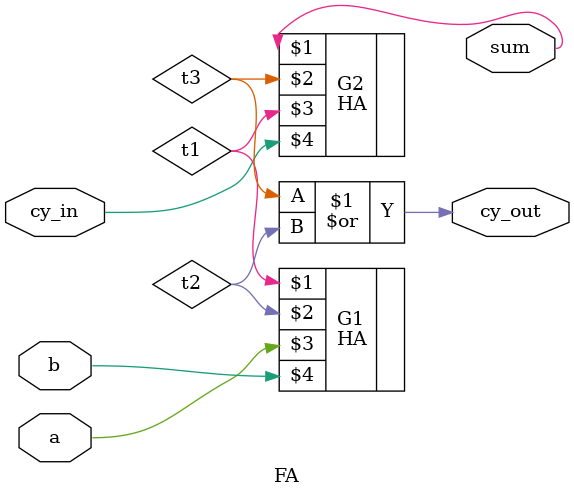
<source format=v>
`include "HA.v"
module FA(sum,cy_out,a,b,cy_in);             //Full adder module
  
  output sum,cy_out;
  
  input a,b,cy_in;
  
  wire t1,t2,t3;
  
  HA G1(t1,t2,a,b);                           //call the module halfadder
  
  HA G2(sum,t3,t1,cy_in);                     //again call the module halfadder
  
  or (cy_out,t3,t2);

endmodule
</source>
